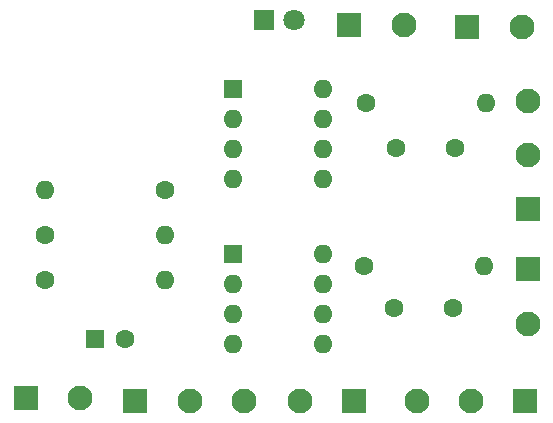
<source format=gbs>
G04 #@! TF.GenerationSoftware,KiCad,Pcbnew,(6.0.2-0)*
G04 #@! TF.CreationDate,2024-07-24T16:17:12-04:00*
G04 #@! TF.ProjectId,Stepped_Tone_Generator,53746570-7065-4645-9f54-6f6e655f4765,rev?*
G04 #@! TF.SameCoordinates,Original*
G04 #@! TF.FileFunction,Soldermask,Bot*
G04 #@! TF.FilePolarity,Negative*
%FSLAX46Y46*%
G04 Gerber Fmt 4.6, Leading zero omitted, Abs format (unit mm)*
G04 Created by KiCad (PCBNEW (6.0.2-0)) date 2024-07-24 16:17:12*
%MOMM*%
%LPD*%
G01*
G04 APERTURE LIST*
G04 Aperture macros list*
%AMRoundRect*
0 Rectangle with rounded corners*
0 $1 Rounding radius*
0 $2 $3 $4 $5 $6 $7 $8 $9 X,Y pos of 4 corners*
0 Add a 4 corners polygon primitive as box body*
4,1,4,$2,$3,$4,$5,$6,$7,$8,$9,$2,$3,0*
0 Add four circle primitives for the rounded corners*
1,1,$1+$1,$2,$3*
1,1,$1+$1,$4,$5*
1,1,$1+$1,$6,$7*
1,1,$1+$1,$8,$9*
0 Add four rect primitives between the rounded corners*
20,1,$1+$1,$2,$3,$4,$5,0*
20,1,$1+$1,$4,$5,$6,$7,0*
20,1,$1+$1,$6,$7,$8,$9,0*
20,1,$1+$1,$8,$9,$2,$3,0*%
G04 Aperture macros list end*
%ADD10C,1.600000*%
%ADD11O,1.600000X1.600000*%
%ADD12C,2.100000*%
%ADD13RoundRect,0.250001X-0.799999X-0.799999X0.799999X-0.799999X0.799999X0.799999X-0.799999X0.799999X0*%
%ADD14R,1.600000X1.600000*%
%ADD15RoundRect,0.250001X0.799999X0.799999X-0.799999X0.799999X-0.799999X-0.799999X0.799999X-0.799999X0*%
%ADD16RoundRect,0.250001X-0.799999X0.799999X-0.799999X-0.799999X0.799999X-0.799999X0.799999X0.799999X0*%
%ADD17RoundRect,0.250001X0.799999X-0.799999X0.799999X0.799999X-0.799999X0.799999X-0.799999X-0.799999X0*%
%ADD18R,1.800000X1.800000*%
%ADD19C,1.800000*%
G04 APERTURE END LIST*
D10*
X150300000Y-77800000D03*
X155300000Y-77800000D03*
D11*
X157880000Y-74200000D03*
D10*
X147720000Y-74200000D03*
X147920000Y-60400000D03*
D11*
X158080000Y-60400000D03*
D10*
X120720000Y-71600000D03*
D11*
X130880000Y-71600000D03*
D12*
X137600000Y-85600000D03*
X133000000Y-85600000D03*
D13*
X128400000Y-85600000D03*
X119100000Y-85400000D03*
D12*
X123700000Y-85400000D03*
D13*
X156500000Y-54000000D03*
D12*
X161100000Y-54000000D03*
D14*
X136700000Y-73200000D03*
D11*
X136700000Y-75740000D03*
X136700000Y-78280000D03*
X136700000Y-80820000D03*
X144320000Y-80820000D03*
X144320000Y-78280000D03*
X144320000Y-75740000D03*
X144320000Y-73200000D03*
D10*
X120720000Y-75400000D03*
D11*
X130880000Y-75400000D03*
D15*
X161400000Y-85600000D03*
D12*
X156800000Y-85600000D03*
X152200000Y-85600000D03*
D14*
X125000000Y-80400000D03*
D10*
X127500000Y-80400000D03*
D13*
X146500000Y-53800000D03*
D12*
X151100000Y-53800000D03*
D10*
X130880000Y-67800000D03*
D11*
X120720000Y-67800000D03*
D10*
X155500000Y-64200000D03*
X150500000Y-64200000D03*
D12*
X161600000Y-79100000D03*
D16*
X161600000Y-74500000D03*
D14*
X136700000Y-59200000D03*
D11*
X136700000Y-61740000D03*
X136700000Y-64280000D03*
X136700000Y-66820000D03*
X144320000Y-66820000D03*
X144320000Y-64280000D03*
X144320000Y-61740000D03*
X144320000Y-59200000D03*
D12*
X161600000Y-60200000D03*
X161600000Y-64800000D03*
D17*
X161600000Y-69400000D03*
D12*
X142300000Y-85600000D03*
D15*
X146900000Y-85600000D03*
D18*
X139325000Y-53400000D03*
D19*
X141865000Y-53400000D03*
M02*

</source>
